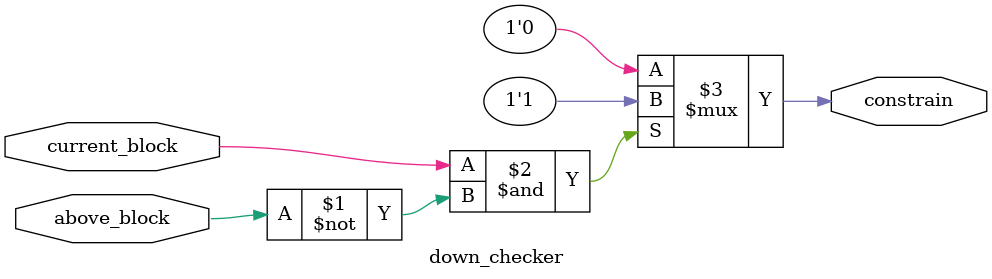
<source format=sv>
module down_checker (
					input current_block, above_block,
					output constrain
);

	// if the current block exists, we are checking to see if it has a neighbor above. 
	// if not does not, that means the character cannot move past the current block in the downward direction
	assign constrain = ( current_block & ~above_block ? 1'b1 : 1'b0 );
		
endmodule

</source>
